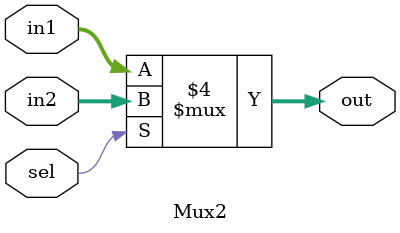
<source format=v>
module Mux2(
in1,
in2,
sel,
out
);
input [7:0] in1;
input [7:0] in2;
input sel;
output reg [7:0] out;
always@ (*) 
	begin
		if(sel == 1)
			out <= in2; 
		else
			out <= in1;
	end
endmodule

</source>
